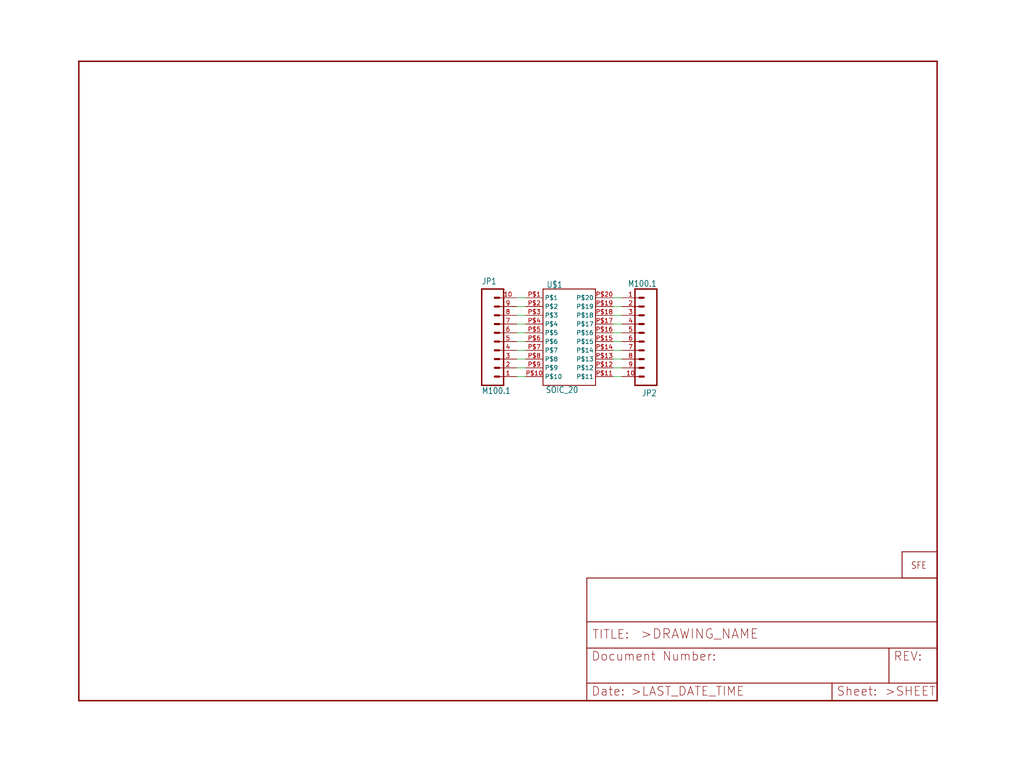
<source format=kicad_sch>
(kicad_sch (version 20211123) (generator eeschema)
  (paper "User" 297.002 223.926)
  (lib_symbols
    (symbol "eagleSchem-eagle-import:FRAME-LETTER"
      (symbol "FRAME-LETTER_1_0"
        (polyline (pts (xy 0 0) (xy 248.92 0)) (stroke (width 0.4064)))
        (polyline (pts (xy 0 185.42) (xy 0 0)) (stroke (width 0.4064)))
        (polyline (pts (xy 0 185.42) (xy 248.92 185.42)) (stroke (width 0.4064)))
        (polyline (pts (xy 248.92 185.42) (xy 248.92 0)) (stroke (width 0.4064)))
      )
      (symbol "FRAME-LETTER_2_0"
        (polyline (pts (xy 0 0) (xy 0 5.08)) (stroke (width 0.254)))
        (polyline (pts (xy 0 0) (xy 71.12 0)) (stroke (width 0.254)))
        (polyline (pts (xy 0 5.08) (xy 0 15.24)) (stroke (width 0.254)))
        (polyline (pts (xy 0 5.08) (xy 71.12 5.08)) (stroke (width 0.254)))
        (polyline (pts (xy 0 15.24) (xy 0 22.86)) (stroke (width 0.254)))
        (polyline (pts (xy 0 22.86) (xy 0 35.56)) (stroke (width 0.254)))
        (polyline (pts (xy 0 22.86) (xy 101.6 22.86)) (stroke (width 0.254)))
        (polyline (pts (xy 71.12 0) (xy 101.6 0)) (stroke (width 0.254)))
        (polyline (pts (xy 71.12 5.08) (xy 71.12 0)) (stroke (width 0.254)))
        (polyline (pts (xy 71.12 5.08) (xy 87.63 5.08)) (stroke (width 0.254)))
        (polyline (pts (xy 87.63 5.08) (xy 101.6 5.08)) (stroke (width 0.254)))
        (polyline (pts (xy 87.63 15.24) (xy 0 15.24)) (stroke (width 0.254)))
        (polyline (pts (xy 87.63 15.24) (xy 87.63 5.08)) (stroke (width 0.254)))
        (polyline (pts (xy 101.6 5.08) (xy 101.6 0)) (stroke (width 0.254)))
        (polyline (pts (xy 101.6 15.24) (xy 87.63 15.24)) (stroke (width 0.254)))
        (polyline (pts (xy 101.6 15.24) (xy 101.6 5.08)) (stroke (width 0.254)))
        (polyline (pts (xy 101.6 22.86) (xy 101.6 15.24)) (stroke (width 0.254)))
        (polyline (pts (xy 101.6 35.56) (xy 0 35.56)) (stroke (width 0.254)))
        (polyline (pts (xy 101.6 35.56) (xy 101.6 22.86)) (stroke (width 0.254)))
        (text ">DRAWING_NAME" (at 15.494 17.78 0) (effects (font (size 2.7432 2.7432)) (justify left bottom)))
        (text ">LAST_DATE_TIME" (at 12.7 1.27 0) (effects (font (size 2.54 2.54)) (justify left bottom)))
        (text ">SHEET" (at 86.36 1.27 0) (effects (font (size 2.54 2.54)) (justify left bottom)))
        (text "Date:" (at 1.27 1.27 0) (effects (font (size 2.54 2.54)) (justify left bottom)))
        (text "Document Number:" (at 1.27 11.43 0) (effects (font (size 2.54 2.54)) (justify left bottom)))
        (text "REV:" (at 88.9 11.43 0) (effects (font (size 2.54 2.54)) (justify left bottom)))
        (text "Sheet:" (at 72.39 1.27 0) (effects (font (size 2.54 2.54)) (justify left bottom)))
        (text "TITLE:" (at 1.524 17.78 0) (effects (font (size 2.54 2.54)) (justify left bottom)))
      )
    )
    (symbol "eagleSchem-eagle-import:LOGO-SFENEW"
      (symbol "LOGO-SFENEW_1_0"
        (polyline (pts (xy -2.54 -2.54) (xy 7.62 -2.54)) (stroke (width 0.254)))
        (polyline (pts (xy -2.54 5.08) (xy -2.54 -2.54)) (stroke (width 0.254)))
        (polyline (pts (xy 7.62 -2.54) (xy 7.62 5.08)) (stroke (width 0.254)))
        (polyline (pts (xy 7.62 5.08) (xy -2.54 5.08)) (stroke (width 0.254)))
        (text "SFE" (at 0 0 0) (effects (font (size 1.9304 1.6408)) (justify left bottom)))
      )
    )
    (symbol "eagleSchem-eagle-import:M100.1"
      (property "Reference" "JP" (at 0 8.89 0))
      (property "Value" "M100.1" (at 0 -22.86 0))
      (symbol "M100.1_1_0"
        (polyline (pts (xy 0 7.62) (xy 0 -20.32)) (stroke (width 0.4064)))
        (polyline (pts (xy 0 7.62) (xy 6.35 7.62)) (stroke (width 0.4064)))
        (polyline (pts (xy 3.81 -17.78) (xy 5.08 -17.78)) (stroke (width 0.6096)))
        (polyline (pts (xy 3.81 -15.24) (xy 5.08 -15.24)) (stroke (width 0.6096)))
        (polyline (pts (xy 3.81 -12.7) (xy 5.08 -12.7)) (stroke (width 0.6096)))
        (polyline (pts (xy 3.81 -10.16) (xy 5.08 -10.16)) (stroke (width 0.6096)))
        (polyline (pts (xy 3.81 -7.62) (xy 5.08 -7.62)) (stroke (width 0.6096)))
        (polyline (pts (xy 3.81 -5.08) (xy 5.08 -5.08)) (stroke (width 0.6096)))
        (polyline (pts (xy 3.81 -2.54) (xy 5.08 -2.54)) (stroke (width 0.6096)))
        (polyline (pts (xy 3.81 0) (xy 5.08 0)) (stroke (width 0.6096)))
        (polyline (pts (xy 3.81 2.54) (xy 5.08 2.54)) (stroke (width 0.6096)))
        (polyline (pts (xy 3.81 5.08) (xy 5.08 5.08)) (stroke (width 0.6096)))
        (polyline (pts (xy 6.35 -20.32) (xy 0 -20.32)) (stroke (width 0.4064)))
        (polyline (pts (xy 6.35 -20.32) (xy 6.35 7.62)) (stroke (width 0.4064)))
        (pin passive line (at 10.16 -17.78 180) (length 5.08) (name "1") (number "1"))
        (pin passive line (at 10.16 5.08 180) (length 5.08) (name "10") (number "10"))
        (pin passive line (at 10.16 -15.24 180) (length 5.08) (name "2") (number "2"))
        (pin passive line (at 10.16 -12.7 180) (length 5.08) (name "3") (number "3"))
        (pin passive line (at 10.16 -10.16 180) (length 5.08) (name "4") (number "4"))
        (pin passive line (at 10.16 -7.62 180) (length 5.08) (name "5") (number "5"))
        (pin passive line (at 10.16 -5.08 180) (length 5.08) (name "6") (number "6"))
        (pin passive line (at 10.16 -2.54 180) (length 5.08) (name "7") (number "7"))
        (pin passive line (at 10.16 0 180) (length 5.08) (name "8") (number "8"))
        (pin passive line (at 10.16 2.54 180) (length 5.08) (name "9") (number "9"))
      )
    )
    (symbol "eagleSchem-eagle-import:SOIC_20"
      (property "Value" "SOIC_20" (at -6.858 -17.526 0))
      (symbol "SOIC_20_1_0"
        (polyline (pts (xy -7.62 -15.24) (xy 7.62 -15.24)) (stroke (width 0.254)))
        (polyline (pts (xy -7.62 12.7) (xy -7.62 -15.24)) (stroke (width 0.254)))
        (polyline (pts (xy 7.62 -15.24) (xy 7.62 12.7)) (stroke (width 0.254)))
        (polyline (pts (xy 7.62 12.7) (xy -7.62 12.7)) (stroke (width 0.254)))
        (pin bidirectional line (at -12.7 10.16 0) (length 5.08) (name "P$1") (number "P$1"))
        (pin bidirectional line (at -12.7 -12.7 0) (length 5.08) (name "P$10") (number "P$10"))
        (pin bidirectional line (at 12.7 -12.7 180) (length 5.08) (name "P$11") (number "P$11"))
        (pin bidirectional line (at 12.7 -10.16 180) (length 5.08) (name "P$12") (number "P$12"))
        (pin bidirectional line (at 12.7 -7.62 180) (length 5.08) (name "P$13") (number "P$13"))
        (pin bidirectional line (at 12.7 -5.08 180) (length 5.08) (name "P$14") (number "P$14"))
        (pin bidirectional line (at 12.7 -2.54 180) (length 5.08) (name "P$15") (number "P$15"))
        (pin bidirectional line (at 12.7 0 180) (length 5.08) (name "P$16") (number "P$16"))
        (pin bidirectional line (at 12.7 2.54 180) (length 5.08) (name "P$17") (number "P$17"))
        (pin bidirectional line (at 12.7 5.08 180) (length 5.08) (name "P$18") (number "P$18"))
        (pin bidirectional line (at 12.7 7.62 180) (length 5.08) (name "P$19") (number "P$19"))
        (pin bidirectional line (at -12.7 7.62 0) (length 5.08) (name "P$2") (number "P$2"))
        (pin bidirectional line (at 12.7 10.16 180) (length 5.08) (name "P$20") (number "P$20"))
        (pin bidirectional line (at -12.7 5.08 0) (length 5.08) (name "P$3") (number "P$3"))
        (pin bidirectional line (at -12.7 2.54 0) (length 5.08) (name "P$4") (number "P$4"))
        (pin bidirectional line (at -12.7 0 0) (length 5.08) (name "P$5") (number "P$5"))
        (pin bidirectional line (at -12.7 -2.54 0) (length 5.08) (name "P$6") (number "P$6"))
        (pin bidirectional line (at -12.7 -5.08 0) (length 5.08) (name "P$7") (number "P$7"))
        (pin bidirectional line (at -12.7 -7.62 0) (length 5.08) (name "P$8") (number "P$8"))
        (pin bidirectional line (at -12.7 -10.16 0) (length 5.08) (name "P$9") (number "P$9"))
      )
    )
  )
  (wire (pts (xy 180.34 104.14) (xy 177.8 104.14)))
  (wire (pts (xy 149.86 91.44) (xy 152.4 91.44)))
  (wire (pts (xy 180.34 106.68) (xy 177.8 106.68)))
  (wire (pts (xy 149.86 88.9) (xy 152.4 88.9)))
  (wire (pts (xy 149.86 99.06) (xy 152.4 99.06)))
  (wire (pts (xy 149.86 96.52) (xy 152.4 96.52)))
  (wire (pts (xy 149.86 86.36) (xy 152.4 86.36)))
  (wire (pts (xy 149.86 104.14) (xy 152.4 104.14)))
  (wire (pts (xy 180.34 99.06) (xy 177.8 99.06)))
  (wire (pts (xy 180.34 96.52) (xy 177.8 96.52)))
  (wire (pts (xy 149.86 106.68) (xy 152.4 106.68)))
  (wire (pts (xy 180.34 101.6) (xy 177.8 101.6)))
  (wire (pts (xy 180.34 86.36) (xy 177.8 86.36)))
  (wire (pts (xy 149.86 109.22) (xy 152.4 109.22)))
  (wire (pts (xy 149.86 101.6) (xy 152.4 101.6)))
  (wire (pts (xy 149.86 93.98) (xy 152.4 93.98)))
  (wire (pts (xy 180.34 93.98) (xy 177.8 93.98)))
  (wire (pts (xy 180.34 91.44) (xy 177.8 91.44)))
  (wire (pts (xy 180.34 109.22) (xy 177.8 109.22)))
  (wire (pts (xy 180.34 88.9) (xy 177.8 88.9)))
  (symbol (lib_id "eagleSchem-eagle-import:M100.1") (at 190.5 104.14 180) (unit 1)
    (property "Reference" "JP2" (at 190.5 113.03 0) (effects (font (size 1.778 1.5113)) (justify left bottom)))
    (property "Value" "M100.1" (at 190.5 81.28 0) (effects (font (size 1.778 1.5113)) (justify left bottom)))
    (property "Footprint" "eagleSchem:1X10" (effects hide))
  )
  (symbol (lib_id "eagleSchem-eagle-import:FRAME-LETTER") (at 22.86 203.2 0) (unit 1)
    (property "Reference" "#FRAME1" (effects hide))
    (property "Value" "FRAME-LETTER" (effects hide))
    (property "Footprint" "eagleSchem:" (effects hide))
  )
  (symbol (lib_id "eagleSchem-eagle-import:M100.1") (at 139.7 91.44 0) (unit 1)
    (property "Reference" "JP1" (at 139.7 82.55 0) (effects (font (size 1.778 1.5113)) (justify left bottom)))
    (property "Value" "M100.1" (at 139.7 114.3 0) (effects (font (size 1.778 1.5113)) (justify left bottom)))
    (property "Footprint" "eagleSchem:1X10" (effects hide))
  )
  (symbol (lib_id "eagleSchem-eagle-import:FRAME-LETTER") (at 170.18 203.2 0) (unit 2)
    (property "Reference" "#FRAME1" (effects hide))
    (property "Value" "FRAME-LETTER" (effects hide))
    (property "Footprint" "eagleSchem:" (effects hide))
  )
  (symbol (lib_id "eagleSchem-eagle-import:LOGO-SFENEW") (at 264.16 165.1 0) (unit 1)
    (property "Reference" "U$2" (effects hide))
    (property "Value" "LOGO-SFENEW" (effects hide))
    (property "Footprint" "eagleSchem:SFE-NEW-WEBLOGO" (effects hide))
  )
  (symbol (lib_id "eagleSchem-eagle-import:SOIC_20") (at 165.1 96.52 0) (unit 1)
    (property "Reference" "U$1" (at 158.496 83.566 0) (effects (font (size 1.778 1.5113)) (justify left bottom)))
    (property "Value" "SOIC_20" (at 158.242 114.046 0) (effects (font (size 1.778 1.5113)) (justify left bottom)))
    (property "Footprint" "eagleSchem:SO20W" (effects hide))
  )
)
</source>
